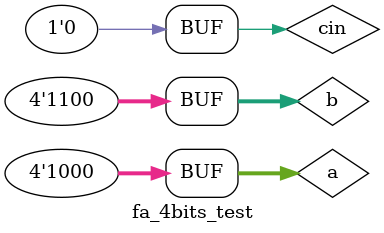
<source format=v>
`timescale 1ns / 1ps


module fa_4bits_test();
    reg     [3:0]   a, b;
    reg     cin;
    wire    [3:0]   o;
    wire    cout;
    
    fa_4bits uut(.i0(a), .i1(b), .cin(cin), .cout(cout), .sum(o));

    initial begin
        a = 4'd8;     b = 4'd1;     cin = 0;    #125;
        a = 4'd2;     b = 4'd7;     cin = 0;    #125;
        a = 4'd4;     b = 4'd5;     cin = 0;    #125;
        a = 4'd11;    b = 4'd10;    cin = 0;    #125;
        a = 4'd14;    b = 4'd5;     cin = 0;    #125;
        a = 4'd15;    b = 4'd9;     cin = 0;    #125;
        a = 4'd6;     b = 4'd3;     cin = 0;    #125;
        a = 4'd8;     b = 4'd12;    cin = 0;    #125;
    end
endmodule

</source>
